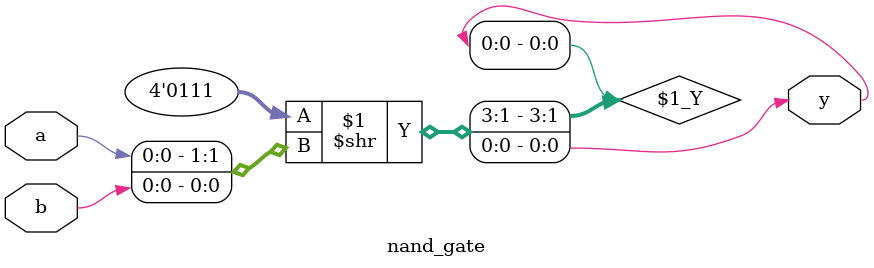
<source format=v>
/* Generated by Yosys 0.33 (git sha1 2584903a060) */

module nand_gate(a, b, y);
  wire _0_;
  wire _1_;
  wire _2_;
  input a;
  wire a;
  input b;
  wire b;
  output y;
  wire y;
  assign _2_ = 4'h7 >> { _0_, _1_ };
  assign _1_ = b;
  assign _0_ = a;
  assign y = _2_;
endmodule

</source>
